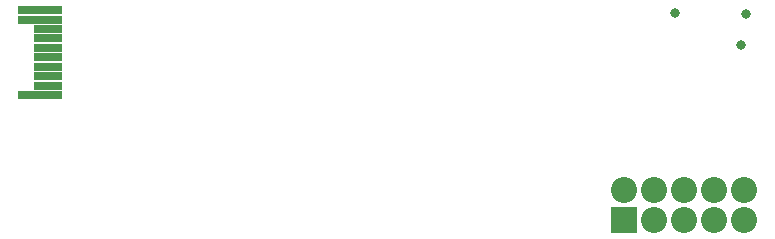
<source format=gbs>
G04 Layer_Color=16711935*
%FSAX25Y25*%
%MOIN*%
G70*
G01*
G75*
%ADD23R,0.14579X0.03162*%
%ADD25R,0.09461X0.03162*%
%ADD27C,0.08674*%
%ADD28R,0.08674X0.08674*%
%ADD29C,0.03200*%
D23*
X0073220Y0237114D02*
D03*
Y0262311D02*
D03*
Y0265461D02*
D03*
D25*
X0075779Y0240264D02*
D03*
Y0243413D02*
D03*
Y0249713D02*
D03*
Y0246563D02*
D03*
Y0252862D02*
D03*
Y0259161D02*
D03*
Y0256012D02*
D03*
D27*
X0307839Y0205413D02*
D03*
X0287839D02*
D03*
X0297839D02*
D03*
X0307839Y0195413D02*
D03*
X0287839D02*
D03*
X0297839D02*
D03*
X0277839Y0205413D02*
D03*
X0267839D02*
D03*
X0277839Y0195413D02*
D03*
D28*
X0267839D02*
D03*
D29*
X0308528Y0264080D02*
D03*
X0306821Y0254004D02*
D03*
X0284653Y0264372D02*
D03*
M02*

</source>
